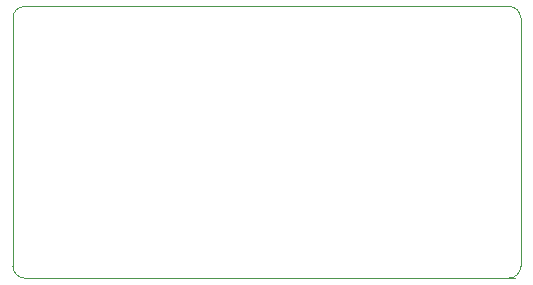
<source format=gbr>
G04 #@! TF.FileFunction,Profile,NP*
%FSLAX46Y46*%
G04 Gerber Fmt 4.6, Leading zero omitted, Abs format (unit mm)*
G04 Created by KiCad (PCBNEW (2015-01-08 BZR 5360)-product) date 2015-02-07T22:59:37 CET*
%MOMM*%
G01*
G04 APERTURE LIST*
%ADD10C,0.100000*%
%ADD11C,0.025400*%
G04 APERTURE END LIST*
D10*
D11*
X61000000Y-60000000D02*
X102000000Y-60000000D01*
X60000000Y-82000000D02*
X60000000Y-61000000D01*
X61000000Y-83000000D02*
X102500000Y-83000000D01*
X103000000Y-61000000D02*
X103000000Y-82000000D01*
X102000000Y-83000000D02*
G75*
G03X103000000Y-82000000I0J1000000D01*
G01*
X60000000Y-82000000D02*
G75*
G03X61000000Y-83000000I1000000J0D01*
G01*
X61000000Y-60000000D02*
G75*
G03X60000000Y-61000000I0J-1000000D01*
G01*
X103000000Y-61000000D02*
G75*
G03X102000000Y-60000000I-1000000J0D01*
G01*
M02*

</source>
